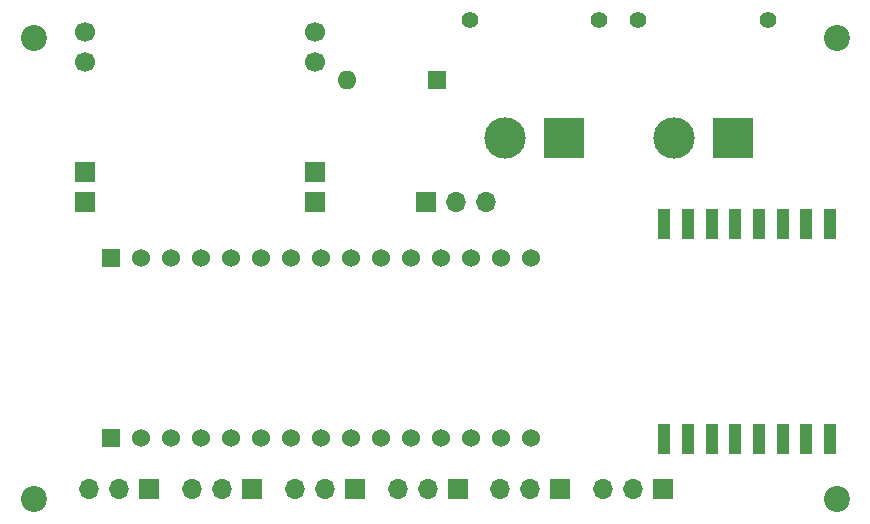
<source format=gbr>
%TF.GenerationSoftware,KiCad,Pcbnew,8.0.1*%
%TF.CreationDate,2024-07-01T13:59:26-05:00*%
%TF.ProjectId,power distribution,706f7765-7220-4646-9973-747269627574,rev?*%
%TF.SameCoordinates,Original*%
%TF.FileFunction,Soldermask,Top*%
%TF.FilePolarity,Negative*%
%FSLAX46Y46*%
G04 Gerber Fmt 4.6, Leading zero omitted, Abs format (unit mm)*
G04 Created by KiCad (PCBNEW 8.0.1) date 2024-07-01 13:59:26*
%MOMM*%
%LPD*%
G01*
G04 APERTURE LIST*
%ADD10C,1.700000*%
%ADD11R,1.700000X1.700000*%
%ADD12C,2.200000*%
%ADD13O,1.700000X1.700000*%
%ADD14C,1.400000*%
%ADD15R,3.500000X3.500000*%
%ADD16C,3.500000*%
%ADD17R,1.000000X2.500000*%
%ADD18R,1.530000X1.530000*%
%ADD19C,1.530000*%
%ADD20R,1.600000X1.600000*%
%ADD21O,1.600000X1.600000*%
G04 APERTURE END LIST*
D10*
%TO.C,U1*%
X111380000Y-70000000D03*
X111380000Y-67460000D03*
D11*
X111380000Y-81870000D03*
X111380000Y-79330000D03*
D10*
X130780000Y-70000000D03*
X130780000Y-67460000D03*
D11*
X130780000Y-81860000D03*
X130780000Y-79320000D03*
%TD*%
D12*
%TO.C,H4*%
X175000000Y-107000000D03*
%TD*%
D11*
%TO.C,J8*%
X160300000Y-106200000D03*
D13*
X157760000Y-106200000D03*
X155220000Y-106200000D03*
%TD*%
D11*
%TO.C,J4*%
X151600000Y-106200000D03*
D13*
X149060000Y-106200000D03*
X146520000Y-106200000D03*
%TD*%
D11*
%TO.C,J6*%
X140175000Y-81900000D03*
D13*
X142715000Y-81900000D03*
X145255000Y-81900000D03*
%TD*%
D12*
%TO.C,H3*%
X107000000Y-107000000D03*
%TD*%
D14*
%TO.C,J10*%
X143900000Y-66500000D03*
X154900000Y-66500000D03*
D15*
X151900000Y-76500000D03*
D16*
X146900000Y-76500000D03*
%TD*%
D14*
%TO.C,J9*%
X158200000Y-66500000D03*
X169200000Y-66500000D03*
D15*
X166200000Y-76500000D03*
D16*
X161200000Y-76500000D03*
%TD*%
D17*
%TO.C,U2*%
X160400000Y-102000000D03*
X162400000Y-102000000D03*
X164400000Y-102000000D03*
X166400000Y-102000000D03*
X168400000Y-102000000D03*
X170400000Y-102000000D03*
X172400000Y-102000000D03*
X174400000Y-102000000D03*
X174400000Y-83800000D03*
X172400000Y-83800000D03*
X170400000Y-83800000D03*
X168400000Y-83800000D03*
X166400000Y-83800000D03*
X164400000Y-83800000D03*
X162400000Y-83800000D03*
X160400000Y-83800000D03*
%TD*%
D18*
%TO.C,A1*%
X113540000Y-101840000D03*
D19*
X116080000Y-101840000D03*
X118620000Y-101840000D03*
X121160000Y-101840000D03*
X123700000Y-101840000D03*
X126240000Y-101840000D03*
X128780000Y-101840000D03*
X131320000Y-101840000D03*
X133860000Y-101840000D03*
X136400000Y-101840000D03*
X138940000Y-101840000D03*
X141480000Y-101840000D03*
X144020000Y-101840000D03*
X146560000Y-101840000D03*
X149100000Y-101840000D03*
D18*
X113540000Y-86600000D03*
D19*
X116080000Y-86600000D03*
X118620000Y-86600000D03*
X121160000Y-86600000D03*
X123700000Y-86600000D03*
X126240000Y-86600000D03*
X128780000Y-86600000D03*
X131320000Y-86600000D03*
X133860000Y-86600000D03*
X136400000Y-86600000D03*
X138940000Y-86600000D03*
X141480000Y-86600000D03*
X144020000Y-86600000D03*
X146560000Y-86600000D03*
X149100000Y-86600000D03*
%TD*%
D12*
%TO.C,H2*%
X175000000Y-68000000D03*
%TD*%
D11*
%TO.C,J7*%
X116800000Y-106200000D03*
D13*
X114260000Y-106200000D03*
X111720000Y-106200000D03*
%TD*%
D11*
%TO.C,J3*%
X134200000Y-106200000D03*
D13*
X131660000Y-106200000D03*
X129120000Y-106200000D03*
%TD*%
D12*
%TO.C,H1*%
X107000000Y-68000000D03*
%TD*%
D20*
%TO.C,SW2*%
X141150000Y-71600000D03*
D21*
X133530000Y-71600000D03*
%TD*%
D11*
%TO.C,J1*%
X125500000Y-106200000D03*
D13*
X122960000Y-106200000D03*
X120420000Y-106200000D03*
%TD*%
D11*
%TO.C,J2*%
X142900000Y-106200000D03*
D13*
X140360000Y-106200000D03*
X137820000Y-106200000D03*
%TD*%
M02*

</source>
